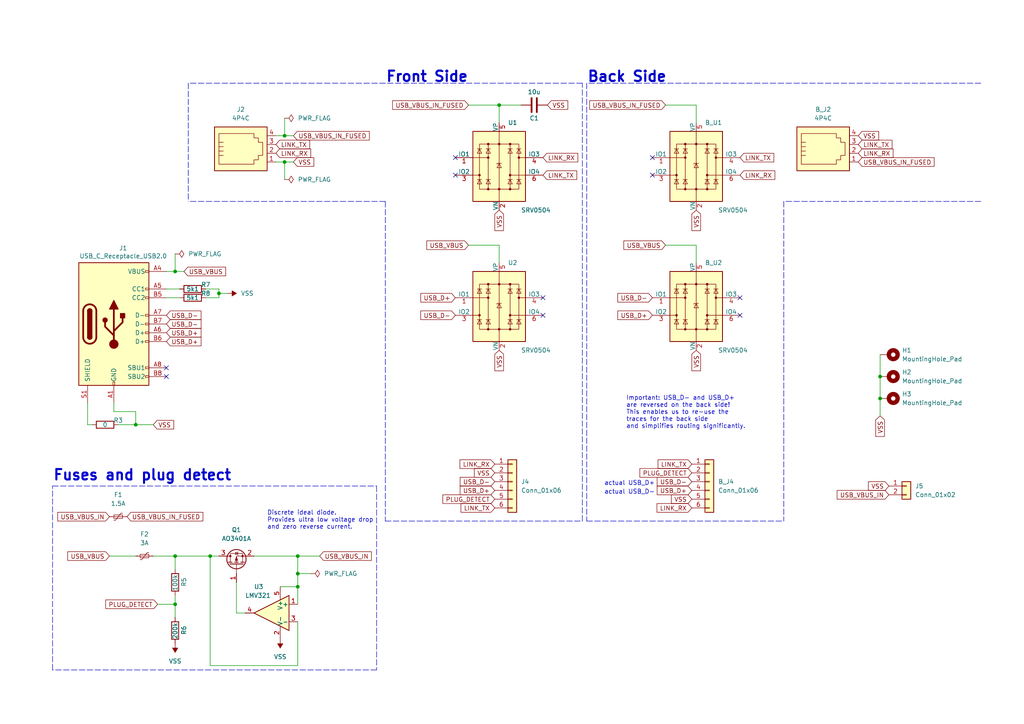
<source format=kicad_sch>
(kicad_sch (version 20211123) (generator eeschema)
  (paper "A4")
  (lib_symbols
    (symbol "Amplifier_Operational:LMV321" (pin_names (offset 0.127))
      (property "Reference" "U" (at 0 5.08 0))
      (property "Value" "LMV321" (at 0 -5.08 0))
      (symbol "LMV321_0_1"
        (polyline (pts (xy -5.08 5.08) (xy 5.08 0) (xy -5.08 -5.08) (xy -5.08 5.08)) (stroke (width 0.254)) (fill (type background)))
        (pin power_in line (at -2.54 -7.62 90) (length 3.81) (name "V-") (number "2"))
        (pin power_in line (at -2.54 7.62 270) (length 3.81) (name "V+") (number "5"))
      )
      (symbol "LMV321_1_1"
        (pin input line (at -7.62 2.54 0) (length 2.54) (name "+") (number "1"))
        (pin input line (at -7.62 -2.54 0) (length 2.54) (name "-") (number "3"))
        (pin output line (at 7.62 0 180) (length 2.54) (name "~") (number "4"))
      )
    )
    (symbol "Connector:4P4C" (pin_names (offset 1.016))
      (property "Reference" "J" (at -5.08 8.89 0))
      (property "Value" "4P4C" (at 2.54 8.89 0))
      (symbol "4P4C_0_1"
        (polyline (pts (xy -6.35 -0.635) (xy -5.08 -0.635) (xy -5.08 -0.635)))
        (polyline (pts (xy -6.35 0.635) (xy -5.08 0.635) (xy -5.08 0.635)))
        (polyline (pts (xy -6.35 1.905) (xy -5.08 1.905) (xy -5.08 1.905)))
        (polyline (pts (xy -6.35 3.175) (xy -5.08 3.175) (xy -5.08 3.175)))
        (polyline (pts (xy -6.35 -3.175) (xy -6.35 5.715) (xy -1.27 5.715) (xy 3.81 5.715) (xy 3.81 4.445) (xy 5.08 4.445) (xy 5.08 3.175) (xy 6.35 3.175) (xy 6.35 -0.635) (xy 5.08 -0.635) (xy 5.08 -1.905) (xy 3.81 -1.905) (xy 3.81 -3.175) (xy -6.35 -3.175) (xy -6.35 -3.175)))
        (rectangle (start 7.62 7.62) (end -7.62 -5.08) (stroke (width 0.254)) (fill (type background)))
      )
      (symbol "4P4C_1_1"
        (pin passive line (at 10.16 -2.54 180) (length 2.54) (name "~") (number "1"))
        (pin passive line (at 10.16 0 180) (length 2.54) (name "~") (number "2"))
        (pin passive line (at 10.16 2.54 180) (length 2.54) (name "~") (number "3"))
        (pin passive line (at 10.16 5.08 180) (length 2.54) (name "~") (number "4"))
      )
    )
    (symbol "Connector:USB_C_Receptacle_USB2.0" (pin_names (offset 1.016))
      (property "Reference" "J" (at -10.16 19.05 0))
      (property "Value" "USB_C_Receptacle_USB2.0" (at 19.05 19.05 0))
      (symbol "USB_C_Receptacle_USB2.0_0_0"
        (rectangle (start -0.254 -17.78) (end 0.254 -16.764))
        (rectangle (start 10.16 -14.986) (end 9.144 -15.494))
        (rectangle (start 10.16 -12.446) (end 9.144 -12.954))
        (rectangle (start 10.16 -4.826) (end 9.144 -5.334))
        (rectangle (start 10.16 -2.286) (end 9.144 -2.794))
        (rectangle (start 10.16 0.254) (end 9.144 -0.254))
        (rectangle (start 10.16 2.794) (end 9.144 2.286))
        (rectangle (start 10.16 7.874) (end 9.144 7.366))
        (rectangle (start 10.16 10.414) (end 9.144 9.906))
        (rectangle (start 10.16 15.494) (end 9.144 14.986))
      )
      (symbol "USB_C_Receptacle_USB2.0_0_1"
        (rectangle (start -10.16 17.78) (end 10.16 -17.78) (stroke (width 0.254)) (fill (type background)))
        (arc (start -8.89 -3.81) (mid -6.985 -5.715) (end -5.08 -3.81) (stroke (width 0.508)))
        (arc (start -7.62 -3.81) (mid -6.985 -4.445) (end -6.35 -3.81) (stroke (width 0.254)))
        (arc (start -7.62 -3.81) (mid -6.985 -4.445) (end -6.35 -3.81) (stroke (width 0.254)) (fill (type outline)))
        (rectangle (start -7.62 -3.81) (end -6.35 3.81) (stroke (width 0.254)) (fill (type outline)))
        (arc (start -6.35 3.81) (mid -6.985 4.445) (end -7.62 3.81) (stroke (width 0.254)))
        (arc (start -6.35 3.81) (mid -6.985 4.445) (end -7.62 3.81) (stroke (width 0.254)) (fill (type outline)))
        (arc (start -5.08 3.81) (mid -6.985 5.715) (end -8.89 3.81) (stroke (width 0.508)))
        (circle (center -2.54 1.143) (radius 0.635) (stroke (width 0.254)) (fill (type outline)))
        (circle (center 0 -5.842) (radius 1.27) (fill (type outline)))
        (polyline (pts (xy -8.89 -3.81) (xy -8.89 3.81)) (stroke (width 0.508)))
        (polyline (pts (xy -5.08 3.81) (xy -5.08 -3.81)) (stroke (width 0.508)))
        (polyline (pts (xy 0 -5.842) (xy 0 4.318)) (stroke (width 0.508)))
        (polyline (pts (xy 0 -3.302) (xy -2.54 -0.762) (xy -2.54 0.508)) (stroke (width 0.508)))
        (polyline (pts (xy 0 -2.032) (xy 2.54 0.508) (xy 2.54 1.778)) (stroke (width 0.508)))
        (polyline (pts (xy -1.27 4.318) (xy 0 6.858) (xy 1.27 4.318) (xy -1.27 4.318)) (stroke (width 0.254)) (fill (type outline)))
        (rectangle (start 1.905 1.778) (end 3.175 3.048) (stroke (width 0.254)) (fill (type outline)))
      )
      (symbol "USB_C_Receptacle_USB2.0_1_1"
        (pin passive line (at 0 -22.86 90) (length 5.08) (name "GND") (number "A1"))
        (pin passive line (at 0 -22.86 90) (length 5.08) hide (name "GND") (number "A12"))
        (pin passive line (at 15.24 15.24 180) (length 5.08) (name "VBUS") (number "A4"))
        (pin bidirectional line (at 15.24 10.16 180) (length 5.08) (name "CC1") (number "A5"))
        (pin bidirectional line (at 15.24 -2.54 180) (length 5.08) (name "D+") (number "A6"))
        (pin bidirectional line (at 15.24 2.54 180) (length 5.08) (name "D-") (number "A7"))
        (pin bidirectional line (at 15.24 -12.7 180) (length 5.08) (name "SBU1") (number "A8"))
        (pin passive line (at 15.24 15.24 180) (length 5.08) hide (name "VBUS") (number "A9"))
        (pin passive line (at 0 -22.86 90) (length 5.08) hide (name "GND") (number "B1"))
        (pin passive line (at 0 -22.86 90) (length 5.08) hide (name "GND") (number "B12"))
        (pin passive line (at 15.24 15.24 180) (length 5.08) hide (name "VBUS") (number "B4"))
        (pin bidirectional line (at 15.24 7.62 180) (length 5.08) (name "CC2") (number "B5"))
        (pin bidirectional line (at 15.24 -5.08 180) (length 5.08) (name "D+") (number "B6"))
        (pin bidirectional line (at 15.24 0 180) (length 5.08) (name "D-") (number "B7"))
        (pin bidirectional line (at 15.24 -15.24 180) (length 5.08) (name "SBU2") (number "B8"))
        (pin passive line (at 15.24 15.24 180) (length 5.08) hide (name "VBUS") (number "B9"))
        (pin passive line (at -7.62 -22.86 90) (length 5.08) (name "SHIELD") (number "S1"))
      )
    )
    (symbol "Connector_Generic:Conn_01x02" (pin_names (offset 1.016) hide)
      (property "Reference" "J" (at 0 2.54 0))
      (property "Value" "Conn_01x02" (at 0 -5.08 0))
      (symbol "Conn_01x02_1_1"
        (rectangle (start -1.27 -2.413) (end 0 -2.667) (stroke (width 0.1524)))
        (rectangle (start -1.27 0.127) (end 0 -0.127) (stroke (width 0.1524)))
        (rectangle (start -1.27 1.27) (end 1.27 -3.81) (stroke (width 0.254)) (fill (type background)))
        (pin passive line (at -5.08 0 0) (length 3.81) (name "Pin_1") (number "1"))
        (pin passive line (at -5.08 -2.54 0) (length 3.81) (name "Pin_2") (number "2"))
      )
    )
    (symbol "Connector_Generic:Conn_01x06" (pin_names (offset 1.016) hide)
      (property "Reference" "J" (at 0 7.62 0))
      (property "Value" "Conn_01x06" (at 0 -10.16 0))
      (symbol "Conn_01x06_1_1"
        (rectangle (start -1.27 -7.493) (end 0 -7.747) (stroke (width 0.1524)))
        (rectangle (start -1.27 -4.953) (end 0 -5.207) (stroke (width 0.1524)))
        (rectangle (start -1.27 -2.413) (end 0 -2.667) (stroke (width 0.1524)))
        (rectangle (start -1.27 0.127) (end 0 -0.127) (stroke (width 0.1524)))
        (rectangle (start -1.27 2.667) (end 0 2.413) (stroke (width 0.1524)))
        (rectangle (start -1.27 5.207) (end 0 4.953) (stroke (width 0.1524)))
        (rectangle (start -1.27 6.35) (end 1.27 -8.89) (stroke (width 0.254)) (fill (type background)))
        (pin passive line (at -5.08 5.08 0) (length 3.81) (name "Pin_1") (number "1"))
        (pin passive line (at -5.08 2.54 0) (length 3.81) (name "Pin_2") (number "2"))
        (pin passive line (at -5.08 0 0) (length 3.81) (name "Pin_3") (number "3"))
        (pin passive line (at -5.08 -2.54 0) (length 3.81) (name "Pin_4") (number "4"))
        (pin passive line (at -5.08 -5.08 0) (length 3.81) (name "Pin_5") (number "5"))
        (pin passive line (at -5.08 -7.62 0) (length 3.81) (name "Pin_6") (number "6"))
      )
    )
    (symbol "Device:C" (pin_numbers hide) (pin_names (offset 0.254))
      (property "Reference" "C" (at 0.635 2.54 0))
      (property "Value" "C" (at 0.635 -2.54 0))
      (symbol "C_0_1"
        (polyline (pts (xy -2.032 -0.762) (xy 2.032 -0.762)) (stroke (width 0.508)))
        (polyline (pts (xy -2.032 0.762) (xy 2.032 0.762)) (stroke (width 0.508)))
      )
      (symbol "C_1_1"
        (pin passive line (at 0 3.81 270) (length 2.794) (name "~") (number "1"))
        (pin passive line (at 0 -3.81 90) (length 2.794) (name "~") (number "2"))
      )
    )
    (symbol "Device:Polyfuse_Small" (pin_numbers hide) (pin_names (offset 0))
      (property "Reference" "F" (at -1.905 0 90))
      (property "Value" "Polyfuse_Small" (at 1.905 0 90))
      (symbol "Polyfuse_Small_0_1"
        (rectangle (start -0.508 1.27) (end 0.508 -1.27))
        (polyline (pts (xy 0 2.54) (xy 0 -2.54)))
        (polyline (pts (xy -1.016 1.27) (xy -1.016 0.762) (xy 1.016 -0.762) (xy 1.016 -1.27)))
      )
      (symbol "Polyfuse_Small_1_1"
        (pin passive line (at 0 2.54 270) (length 0.635) (name "~") (number "1"))
        (pin passive line (at 0 -2.54 90) (length 0.635) (name "~") (number "2"))
      )
    )
    (symbol "Device:R" (pin_numbers hide) (pin_names (offset 0))
      (property "Reference" "R" (at 2.032 0 90))
      (property "Value" "R" (at 0 0 90))
      (symbol "R_0_1"
        (rectangle (start -1.016 -2.54) (end 1.016 2.54) (stroke (width 0.254)))
      )
      (symbol "R_1_1"
        (pin passive line (at 0 3.81 270) (length 1.27) (name "~") (number "1"))
        (pin passive line (at 0 -3.81 90) (length 1.27) (name "~") (number "2"))
      )
    )
    (symbol "Mechanical:MountingHole_Pad" (pin_numbers hide) (pin_names (offset 1.016) hide)
      (property "Reference" "H" (at 0 6.35 0))
      (property "Value" "MountingHole_Pad" (at 0 4.445 0))
      (symbol "MountingHole_Pad_0_1"
        (circle (center 0 1.27) (radius 1.27) (stroke (width 1.27)))
      )
      (symbol "MountingHole_Pad_1_1"
        (pin input line (at 0 -2.54 90) (length 2.54) (name "1") (number "1"))
      )
    )
    (symbol "Power_Protection:SRV05-4" (pin_names (offset 0))
      (property "Reference" "U" (at -5.08 11.43 0))
      (property "Value" "SRV05-4" (at 2.54 11.43 0))
      (symbol "SRV05-4_0_0"
        (rectangle (start -5.715 6.477) (end 5.715 -6.604))
        (polyline (pts (xy -3.175 -6.604) (xy -3.175 6.477)))
        (polyline (pts (xy 3.175 6.477) (xy 3.175 -6.604)))
      )
      (symbol "SRV05-4_0_1"
        (rectangle (start -7.62 10.16) (end 7.62 -10.16) (stroke (width 0.254)) (fill (type background)))
        (circle (center -5.715 -2.54) (radius 0.2794) (fill (type outline)))
        (circle (center -3.175 -6.604) (radius 0.2794) (fill (type outline)))
        (circle (center -3.175 2.54) (radius 0.2794) (fill (type outline)))
        (circle (center -3.175 6.477) (radius 0.2794) (fill (type outline)))
        (circle (center 0 -6.604) (radius 0.2794) (fill (type outline)))
        (polyline (pts (xy -7.747 2.54) (xy -3.175 2.54)))
        (polyline (pts (xy -7.62 -2.54) (xy -5.715 -2.54)))
        (polyline (pts (xy -5.08 -3.81) (xy -6.35 -3.81)))
        (polyline (pts (xy -5.08 5.08) (xy -6.35 5.08)))
        (polyline (pts (xy -2.54 -3.81) (xy -3.81 -3.81)))
        (polyline (pts (xy -2.54 5.08) (xy -3.81 5.08)))
        (polyline (pts (xy 0 10.16) (xy 0 -10.16)))
        (polyline (pts (xy 3.81 -3.81) (xy 2.54 -3.81)))
        (polyline (pts (xy 3.81 5.08) (xy 2.54 5.08)))
        (polyline (pts (xy 6.35 -3.81) (xy 5.08 -3.81)))
        (polyline (pts (xy 6.35 5.08) (xy 5.08 5.08)))
        (polyline (pts (xy 7.62 -2.54) (xy 3.175 -2.54)))
        (polyline (pts (xy 7.62 2.54) (xy 5.715 2.54)))
        (polyline (pts (xy 0.635 0.889) (xy -0.635 0.889) (xy -0.635 0.635)))
        (polyline (pts (xy -5.08 -5.08) (xy -6.35 -5.08) (xy -5.715 -3.81) (xy -5.08 -5.08)))
        (polyline (pts (xy -5.08 3.81) (xy -6.35 3.81) (xy -5.715 5.08) (xy -5.08 3.81)))
        (polyline (pts (xy -2.54 -5.08) (xy -3.81 -5.08) (xy -3.175 -3.81) (xy -2.54 -5.08)))
        (polyline (pts (xy -2.54 3.81) (xy -3.81 3.81) (xy -3.175 5.08) (xy -2.54 3.81)))
        (polyline (pts (xy 0.635 -0.381) (xy -0.635 -0.381) (xy 0 0.889) (xy 0.635 -0.381)))
        (polyline (pts (xy 3.81 -5.08) (xy 2.54 -5.08) (xy 3.175 -3.81) (xy 3.81 -5.08)))
        (polyline (pts (xy 3.81 3.81) (xy 2.54 3.81) (xy 3.175 5.08) (xy 3.81 3.81)))
        (polyline (pts (xy 6.35 -5.08) (xy 5.08 -5.08) (xy 5.715 -3.81) (xy 6.35 -5.08)))
        (polyline (pts (xy 6.35 3.81) (xy 5.08 3.81) (xy 5.715 5.08) (xy 6.35 3.81)))
        (circle (center 0 6.477) (radius 0.2794) (fill (type outline)))
        (circle (center 3.175 -6.604) (radius 0.2794) (fill (type outline)))
        (circle (center 3.175 -2.54) (radius 0.2794) (fill (type outline)))
        (circle (center 3.175 6.477) (radius 0.2794) (fill (type outline)))
        (circle (center 5.715 2.54) (radius 0.2794) (fill (type outline)))
      )
      (symbol "SRV05-4_1_1"
        (pin passive line (at -12.7 2.54 0) (length 5.08) (name "IO1") (number "1"))
        (pin passive line (at 0 -12.7 90) (length 2.54) (name "VN") (number "2"))
        (pin passive line (at -12.7 -2.54 0) (length 5.08) (name "IO2") (number "3"))
        (pin passive line (at 12.7 2.54 180) (length 5.08) (name "IO3") (number "4"))
        (pin passive line (at 0 12.7 270) (length 2.54) (name "VP") (number "5"))
        (pin passive line (at 12.7 -2.54 180) (length 5.08) (name "IO4") (number "6"))
      )
    )
    (symbol "Transistor_FET:AO3401A" (pin_names hide)
      (property "Reference" "Q" (at 5.08 1.905 0))
      (property "Value" "AO3401A" (at 5.08 0 0))
      (symbol "AO3401A_0_1"
        (polyline (pts (xy 0.254 0) (xy -2.54 0)))
        (polyline (pts (xy 0.254 1.905) (xy 0.254 -1.905)) (stroke (width 0.254)))
        (polyline (pts (xy 0.762 -1.27) (xy 0.762 -2.286)) (stroke (width 0.254)))
        (polyline (pts (xy 0.762 0.508) (xy 0.762 -0.508)) (stroke (width 0.254)))
        (polyline (pts (xy 0.762 2.286) (xy 0.762 1.27)) (stroke (width 0.254)))
        (polyline (pts (xy 2.54 2.54) (xy 2.54 1.778)))
        (polyline (pts (xy 2.54 -2.54) (xy 2.54 0) (xy 0.762 0)))
        (polyline (pts (xy 0.762 1.778) (xy 3.302 1.778) (xy 3.302 -1.778) (xy 0.762 -1.778)))
        (polyline (pts (xy 2.286 0) (xy 1.27 0.381) (xy 1.27 -0.381) (xy 2.286 0)) (fill (type outline)))
        (polyline (pts (xy 2.794 -0.508) (xy 2.921 -0.381) (xy 3.683 -0.381) (xy 3.81 -0.254)))
        (polyline (pts (xy 3.302 -0.381) (xy 2.921 0.254) (xy 3.683 0.254) (xy 3.302 -0.381)))
        (circle (center 1.651 0) (radius 2.794) (stroke (width 0.254)))
        (circle (center 2.54 -1.778) (radius 0.254) (fill (type outline)))
        (circle (center 2.54 1.778) (radius 0.254) (fill (type outline)))
      )
      (symbol "AO3401A_1_1"
        (pin input line (at -5.08 0 0) (length 2.54) (name "G") (number "1"))
        (pin passive line (at 2.54 -5.08 90) (length 2.54) (name "S") (number "2"))
        (pin passive line (at 2.54 5.08 270) (length 2.54) (name "D") (number "3"))
      )
    )
    (symbol "power:PWR_FLAG" (power) (pin_numbers hide) (pin_names (offset 0) hide)
      (property "Value" "PWR_FLAG" (at 0 3.81 0))
      (symbol "PWR_FLAG_0_0"
        (pin power_out line (at 0 0 90) (length 0) (name "pwr") (number "1"))
      )
      (symbol "PWR_FLAG_0_1"
        (polyline (pts (xy 0 0) (xy 0 1.27) (xy -1.016 1.905) (xy 0 2.54) (xy 1.016 1.905) (xy 0 1.27)))
      )
    )
    (symbol "power:VSS" (power) (pin_names (offset 0))
      (property "Value" "VSS" (at 0 3.81 0))
      (symbol "VSS_0_1"
        (polyline (pts (xy 0 0) (xy 0 2.54)))
        (polyline (pts (xy 0.762 1.27) (xy -0.762 1.27) (xy 0 2.54) (xy 0.762 1.27)) (fill (type outline)))
      )
      (symbol "VSS_1_1"
        (pin power_in line (at 0 0 90) (length 0) hide (name "VSS") (number "1"))
      )
    )
  )
  (junction (at 39.37 123.19))
  (junction (at 50.8 175.26))
  (junction (at 255.27 115.57))
  (junction (at 255.27 109.22))
  (junction (at 82.55 46.99))
  (junction (at 63.5 85.09))
  (junction (at 50.8 78.74))
  (junction (at 86.36 170.18))
  (junction (at 86.36 161.29))
  (junction (at 144.78 30.48))
  (junction (at 60.96 161.29))
  (junction (at 50.8 161.29))
  (junction (at 82.55 39.37))
  (junction (at 86.36 166.37))
  (no_connect (at 214.63 86.36))
  (no_connect (at 157.48 86.36))
  (no_connect (at 157.48 91.44))
  (no_connect (at 132.08 45.72))
  (no_connect (at 132.08 50.8))
  (no_connect (at 189.23 50.8))
  (no_connect (at 189.23 45.72))
  (no_connect (at 48.26 106.68))
  (no_connect (at 48.26 109.22))
  (no_connect (at 214.63 91.44))
  (wire (pts (xy 50.8 172.72) (xy 50.8 175.26)))
  (polyline (pts (xy 168.91 151.13) (xy 168.91 24.13)))
  (wire (pts (xy 82.55 39.37) (xy 80.01 39.37)))
  (wire (pts (xy 193.04 30.48) (xy 201.93 30.48)))
  (wire (pts (xy 82.55 46.99) (xy 85.09 46.99)))
  (polyline (pts (xy 227.33 24.13) (xy 170.18 24.13)))
  (polyline (pts (xy 15.24 194.31) (xy 15.24 140.97)))
  (wire (pts (xy 44.45 161.29) (xy 50.8 161.29)))
  (wire (pts (xy 53.34 78.74) (xy 50.8 78.74)))
  (polyline (pts (xy 111.76 58.42) (xy 111.76 151.13)))
  (wire (pts (xy 33.02 119.38) (xy 39.37 119.38)))
  (wire (pts (xy 144.78 30.48) (xy 151.13 30.48)))
  (wire (pts (xy 63.5 85.09) (xy 66.04 85.09)))
  (wire (pts (xy 193.04 71.12) (xy 201.93 71.12)))
  (wire (pts (xy 135.89 71.12) (xy 144.78 71.12)))
  (polyline (pts (xy 284.48 58.42) (xy 227.33 58.42)))
  (wire (pts (xy 71.12 177.8) (xy 68.58 177.8)))
  (wire (pts (xy 86.36 166.37) (xy 86.36 170.18)))
  (wire (pts (xy 60.96 193.04) (xy 60.96 161.29)))
  (wire (pts (xy 48.26 83.82) (xy 52.07 83.82)))
  (wire (pts (xy 25.4 123.19) (xy 26.67 123.19)))
  (wire (pts (xy 82.55 46.99) (xy 80.01 46.99)))
  (wire (pts (xy 144.78 71.12) (xy 144.78 76.2)))
  (wire (pts (xy 86.36 161.29) (xy 92.71 161.29)))
  (wire (pts (xy 82.55 46.99) (xy 82.55 52.07)))
  (wire (pts (xy 39.37 123.19) (xy 44.45 123.19)))
  (wire (pts (xy 25.4 116.84) (xy 25.4 123.19)))
  (wire (pts (xy 34.29 123.19) (xy 39.37 123.19)))
  (wire (pts (xy 85.09 39.37) (xy 82.55 39.37)))
  (wire (pts (xy 50.8 161.29) (xy 50.8 165.1)))
  (wire (pts (xy 68.58 177.8) (xy 68.58 168.91)))
  (polyline (pts (xy 168.91 24.13) (xy 111.76 24.13)))
  (wire (pts (xy 50.8 78.74) (xy 48.26 78.74)))
  (wire (pts (xy 201.93 71.12) (xy 201.93 76.2)))
  (polyline (pts (xy 284.48 24.13) (xy 227.33 24.13)))
  (wire (pts (xy 73.66 161.29) (xy 86.36 161.29)))
  (wire (pts (xy 144.78 30.48) (xy 144.78 35.56)))
  (wire (pts (xy 50.8 175.26) (xy 50.8 179.07)))
  (wire (pts (xy 60.96 161.29) (xy 63.5 161.29)))
  (wire (pts (xy 255.27 102.87) (xy 255.27 109.22)))
  (wire (pts (xy 50.8 161.29) (xy 60.96 161.29)))
  (wire (pts (xy 86.36 161.29) (xy 86.36 166.37)))
  (polyline (pts (xy 109.22 140.97) (xy 109.22 194.31)))
  (wire (pts (xy 201.93 30.48) (xy 201.93 35.56)))
  (polyline (pts (xy 111.76 151.13) (xy 168.91 151.13)))
  (wire (pts (xy 63.5 85.09) (xy 63.5 86.36)))
  (wire (pts (xy 63.5 86.36) (xy 59.69 86.36)))
  (wire (pts (xy 39.37 119.38) (xy 39.37 123.19)))
  (wire (pts (xy 45.72 175.26) (xy 50.8 175.26)))
  (wire (pts (xy 63.5 83.82) (xy 63.5 85.09)))
  (polyline (pts (xy 111.76 24.13) (xy 54.61 24.13)))
  (polyline (pts (xy 54.61 24.13) (xy 54.61 58.42)))
  (wire (pts (xy 81.28 170.18) (xy 86.36 170.18)))
  (wire (pts (xy 90.17 166.37) (xy 86.36 166.37)))
  (wire (pts (xy 82.55 34.29) (xy 82.55 39.37)))
  (wire (pts (xy 86.36 193.04) (xy 60.96 193.04)))
  (wire (pts (xy 31.75 161.29) (xy 39.37 161.29)))
  (wire (pts (xy 48.26 86.36) (xy 52.07 86.36)))
  (wire (pts (xy 135.89 30.48) (xy 144.78 30.48)))
  (wire (pts (xy 86.36 180.34) (xy 86.36 193.04)))
  (polyline (pts (xy 227.33 58.42) (xy 227.33 151.13)))
  (polyline (pts (xy 170.18 151.13) (xy 227.33 151.13)))
  (wire (pts (xy 50.8 73.66) (xy 50.8 78.74)))
  (polyline (pts (xy 170.18 24.13) (xy 170.18 151.13)))
  (wire (pts (xy 59.69 83.82) (xy 63.5 83.82)))
  (polyline (pts (xy 111.76 58.42) (xy 54.61 58.42)))
  (wire (pts (xy 33.02 116.84) (xy 33.02 119.38)))
  (wire (pts (xy 86.36 170.18) (xy 86.36 175.26)))
  (wire (pts (xy 255.27 109.22) (xy 255.27 115.57)))
  (wire (pts (xy 255.27 115.57) (xy 255.27 120.65)))
  (polyline (pts (xy 15.24 140.97) (xy 109.22 140.97)))
  (polyline (pts (xy 109.22 194.31) (xy 15.24 194.31)))
  (text "Fuses and plug detect" (at 15.24 139.7 0) (effects (font (size 3 3) (thickness 0.6) bold) (justify left bottom)))
  (text "Front Side" (at 111.76 24.13 0) (effects (font (size 3 3) (thickness 0.6) bold) (justify left bottom)))
  (text "actual USB_D-" (at 175.26 143.51 0) (effects (font (size 1.27 1.27)) (justify left bottom)))
  (text "Important: USB_D- and USB_D+\nare reversed on the back side!\nThis enables us to re-use the\ntraces for the back side\nand simplifies routing significantly." (at 181.61 124.46 0) (effects (font (size 1.27 1.27)) (justify left bottom)))
  (text "actual USB_D+" (at 175.26 140.97 0) (effects (font (size 1.27 1.27)) (justify left bottom)))
  (text "Back Side" (at 170.18 24.13 0) (effects (font (size 3 3) (thickness 0.6) bold) (justify left bottom)))
  (text "Discrete ideal diode.\nProvides ultra low voltage drop\nand zero reverse current." (at 77.47 153.67 0) (effects (font (size 1.27 1.27)) (justify left bottom)))
  (global_label "VSS" (shape input) (at 144.78 101.6 270) (property "Intersheet References" "${INTERSHEET_REFS}" (effects hide)))
  (global_label "USB_D+" (shape input) (at 189.23 91.44 180) (property "Intersheet References" "${INTERSHEET_REFS}" (effects hide)))
  (global_label "USB_D-" (shape input) (at 48.26 93.98 0) (property "Intersheet References" "${INTERSHEET_REFS}" (effects hide)))
  (global_label "LINK_RX" (shape input) (at 200.66 147.32 180) (property "Intersheet References" "${INTERSHEET_REFS}" (effects hide)))
  (global_label "USB_VBUS" (shape input) (at 193.04 71.12 180) (property "Intersheet References" "${INTERSHEET_REFS}" (effects hide)))
  (global_label "USB_D-" (shape input) (at 48.26 91.44 0) (property "Intersheet References" "${INTERSHEET_REFS}" (effects hide)))
  (global_label "USB_VBUS_IN" (shape input) (at 31.75 149.86 180) (property "Intersheet References" "${INTERSHEET_REFS}" (effects hide)))
  (global_label "LINK_TX" (shape input) (at 143.51 147.32 180) (property "Intersheet References" "${INTERSHEET_REFS}" (effects hide)))
  (global_label "VSS" (shape input) (at 248.92 39.37 0) (property "Intersheet References" "${INTERSHEET_REFS}" (effects hide)))
  (global_label "USB_D+" (shape input) (at 48.26 96.52 0) (property "Intersheet References" "${INTERSHEET_REFS}" (effects hide)))
  (global_label "PLUG_DETECT" (shape input) (at 200.66 137.16 180) (property "Intersheet References" "${INTERSHEET_REFS}" (effects hide)))
  (global_label "VSS" (shape input) (at 257.81 140.97 180) (property "Intersheet References" "${INTERSHEET_REFS}" (effects hide)))
  (global_label "USB_D+" (shape input) (at 143.51 142.24 180) (property "Intersheet References" "${INTERSHEET_REFS}" (effects hide)))
  (global_label "USB_D-" (shape input) (at 143.51 139.7 180) (property "Intersheet References" "${INTERSHEET_REFS}" (effects hide)))
  (global_label "USB_VBUS_IN_FUSED" (shape input) (at 248.92 46.99 0) (property "Intersheet References" "${INTERSHEET_REFS}" (effects hide)))
  (global_label "USB_VBUS" (shape input) (at 135.89 71.12 180) (property "Intersheet References" "${INTERSHEET_REFS}" (effects hide)))
  (global_label "LINK_RX" (shape input) (at 143.51 134.62 180) (property "Intersheet References" "${INTERSHEET_REFS}" (effects hide)))
  (global_label "USB_D-" (shape input) (at 132.08 91.44 180) (property "Intersheet References" "${INTERSHEET_REFS}" (effects hide)))
  (global_label "USB_D+" (shape input) (at 48.26 99.06 0) (property "Intersheet References" "${INTERSHEET_REFS}" (effects hide)))
  (global_label "USB_D-" (shape input) (at 200.66 139.7 180) (property "Intersheet References" "${INTERSHEET_REFS}" (effects hide)))
  (global_label "VSS" (shape input) (at 85.09 46.99 0) (property "Intersheet References" "${INTERSHEET_REFS}" (effects hide)))
  (global_label "LINK_RX" (shape input) (at 248.92 44.45 0) (property "Intersheet References" "${INTERSHEET_REFS}" (effects hide)))
  (global_label "USB_VBUS_IN_FUSED" (shape input) (at 193.04 30.48 180) (property "Intersheet References" "${INTERSHEET_REFS}" (effects hide)))
  (global_label "VSS" (shape input) (at 200.66 144.78 180) (property "Intersheet References" "${INTERSHEET_REFS}" (effects hide)))
  (global_label "LINK_TX" (shape input) (at 214.63 45.72 0) (property "Intersheet References" "${INTERSHEET_REFS}" (effects hide)))
  (global_label "VSS" (shape input) (at 201.93 60.96 270) (property "Intersheet References" "${INTERSHEET_REFS}" (effects hide)))
  (global_label "PLUG_DETECT" (shape input) (at 143.51 144.78 180) (property "Intersheet References" "${INTERSHEET_REFS}" (effects hide)))
  (global_label "USB_VBUS_IN" (shape input) (at 92.71 161.29 0) (property "Intersheet References" "${INTERSHEET_REFS}" (effects hide)))
  (global_label "VSS" (shape input) (at 158.75 30.48 0) (property "Intersheet References" "${INTERSHEET_REFS}" (effects hide)))
  (global_label "LINK_TX" (shape input) (at 248.92 41.91 0) (property "Intersheet References" "${INTERSHEET_REFS}" (effects hide)))
  (global_label "LINK_TX" (shape input) (at 157.48 50.8 0) (property "Intersheet References" "${INTERSHEET_REFS}" (effects hide)))
  (global_label "USB_VBUS_IN_FUSED" (shape input) (at 135.89 30.48 180) (property "Intersheet References" "${INTERSHEET_REFS}" (effects hide)))
  (global_label "VSS" (shape input) (at 255.27 120.65 270) (property "Intersheet References" "${INTERSHEET_REFS}" (effects hide)))
  (global_label "USB_VBUS" (shape input) (at 53.34 78.74 0) (property "Intersheet References" "${INTERSHEET_REFS}" (effects hide)))
  (global_label "VSS" (shape input) (at 144.78 60.96 270) (property "Intersheet References" "${INTERSHEET_REFS}" (effects hide)))
  (global_label "VSS" (shape input) (at 44.45 123.19 0) (property "Intersheet References" "${INTERSHEET_REFS}" (effects hide)))
  (global_label "LINK_RX" (shape input) (at 80.01 44.45 0) (property "Intersheet References" "${INTERSHEET_REFS}" (effects hide)))
  (global_label "USB_D+" (shape input) (at 200.66 142.24 180) (property "Intersheet References" "${INTERSHEET_REFS}" (effects hide)))
  (global_label "VSS" (shape input) (at 201.93 101.6 270) (property "Intersheet References" "${INTERSHEET_REFS}" (effects hide)))
  (global_label "VSS" (shape input) (at 143.51 137.16 180) (property "Intersheet References" "${INTERSHEET_REFS}" (effects hide)))
  (global_label "USB_D+" (shape input) (at 132.08 86.36 180) (property "Intersheet References" "${INTERSHEET_REFS}" (effects hide)))
  (global_label "USB_VBUS_IN_FUSED" (shape input) (at 36.83 149.86 0) (property "Intersheet References" "${INTERSHEET_REFS}" (effects hide)))
  (global_label "PLUG_DETECT" (shape input) (at 45.72 175.26 180) (property "Intersheet References" "${INTERSHEET_REFS}" (effects hide)))
  (global_label "USB_VBUS_IN_FUSED" (shape input) (at 85.09 39.37 0) (property "Intersheet References" "${INTERSHEET_REFS}" (effects hide)))
  (global_label "LINK_TX" (shape input) (at 80.01 41.91 0) (property "Intersheet References" "${INTERSHEET_REFS}" (effects hide)))
  (global_label "USB_VBUS_IN" (shape input) (at 257.81 143.51 180) (property "Intersheet References" "${INTERSHEET_REFS}" (effects hide)))
  (global_label "LINK_RX" (shape input) (at 157.48 45.72 0) (property "Intersheet References" "${INTERSHEET_REFS}" (effects hide)))
  (global_label "USB_VBUS" (shape input) (at 31.75 161.29 180) (property "Intersheet References" "${INTERSHEET_REFS}" (effects hide)))
  (global_label "LINK_TX" (shape input) (at 200.66 134.62 180) (property "Intersheet References" "${INTERSHEET_REFS}" (effects hide)))
  (global_label "LINK_RX" (shape input) (at 214.63 50.8 0) (property "Intersheet References" "${INTERSHEET_REFS}" (effects hide)))
  (global_label "USB_D-" (shape input) (at 189.23 86.36 180) (property "Intersheet References" "${INTERSHEET_REFS}" (effects hide)))
  (symbol (lib_id "Transistor_FET:AO3401A") (at 68.58 163.83 90) (unit 1)
    (property "Reference" "Q1" (at 68.58 153.67 90))
    (property "Value" "AO3401A" (at 68.58 156.21 90))
    (property "Footprint" "kbdlib:SOT-23_Flippable" (effects hide))
    (property "Datasheet" "http://www.aosmd.com/pdfs/datasheet/AO3401A.pdf" (effects hide))
    (property "LCSC PN" "C15127" (effects hide))
  )
  (symbol (lib_id "Mechanical:MountingHole_Pad") (at 257.81 102.87 270) (unit 1)
    (property "Reference" "H1" (at 261.62 101.5999 90) (effects (justify left)))
    (property "Value" "MountingHole_Pad" (at 261.62 104.1399 90) (effects (justify left)))
    (property "Footprint" "MountingHole:MountingHole_2.2mm_M2_Pad_Via" (effects hide))
  )
  (symbol (lib_id "Amplifier_Operational:LMV321") (at 78.74 177.8 0) (mirror y) (unit 1)
    (property "Reference" "U3" (at 73.66 170.18 0) (effects (justify right)))
    (property "Value" "LMV321" (at 71.12 172.72 0) (effects (justify right)))
    (property "Footprint" "kbdlib:SOT-23-5_Flippable" (effects hide))
    (property "Datasheet" "http://www.ti.com/lit/ds/symlink/lmv324.pdf" (effects hide))
    (property "LCSC PN" "C90297" (effects hide))
  )
  (symbol (lib_id "Device:R") (at 55.88 83.82 270) (unit 1)
    (property "Reference" "R7" (at 59.69 82.55 90))
    (property "Value" "5k1" (at 55.88 83.82 90))
    (property "Footprint" "kbdlib:SMD-0603_Flippable" (effects hide))
    (property "LCSC PN" "C23186" (effects hide))
  )
  (symbol (lib_id "power:PWR_FLAG") (at 82.55 34.29 270) (unit 1)
    (property "Reference" "#FLG0101" (effects hide))
    (property "Value" "PWR_FLAG" (at 86.36 34.2899 90) (effects (justify left)))
  )
  (symbol (lib_id "power:VSS") (at 81.28 185.42 180) (unit 1)
    (property "Reference" "#PWR0102" (effects hide))
    (property "Value" "VSS" (at 81.28 190.5 0))
  )
  (symbol (lib_id "Connector_Generic:Conn_01x06") (at 148.59 139.7 0) (unit 1)
    (property "Reference" "J4" (at 151.13 139.6999 0) (effects (justify left)))
    (property "Value" "Conn_01x06" (at 151.13 142.2399 0) (effects (justify left)))
    (property "Footprint" "kbdlib:JST_ZH_S6B-ZR-SM4A-TF" (effects hide))
    (property "Datasheet" "https://datasheet.lcsc.com/lcsc/1811051822_JST-Sales-America-S2B-XH-A-LF-SN_C157931.pdf" (effects hide))
    (property "LCSC PN" "C157931" (effects hide))
  )
  (symbol (lib_id "Device:Polyfuse_Small") (at 34.29 149.86 270) (unit 1)
    (property "Reference" "F1" (at 34.29 143.51 90))
    (property "Value" "1.5A" (at 34.29 146.05 90))
    (property "Footprint" "kbdlib:Fuse_1206_3216Metric_Flippable" (effects hide))
    (property "LCSC PN" "C70081" (effects hide))
  )
  (symbol (lib_id "Device:R") (at 55.88 86.36 270) (unit 1)
    (property "Reference" "R8" (at 59.69 85.09 90))
    (property "Value" "5k1" (at 55.88 86.36 90))
    (property "Footprint" "kbdlib:SMD-0603_Flippable" (effects hide))
    (property "LCSC PN" "C23186" (effects hide))
  )
  (symbol (lib_id "Power_Protection:SRV05-4") (at 201.93 88.9 0) (unit 1)
    (property "Reference" "B_U2" (at 204.47 76.2 0) (effects (justify left)))
    (property "Value" "SRV0504" (at 208.28 101.6 0) (effects (justify left)))
    (property "Footprint" "Package_TO_SOT_SMD:SOT-23-6" (effects hide))
    (property "Datasheet" "http://www.onsemi.com/pub/Collateral/SRV05-4-D.PDF" (effects hide))
    (property "LCSC PN" "C384888" (effects hide))
  )
  (symbol (lib_id "Connector_Generic:Conn_01x02") (at 262.89 140.97 0) (unit 1)
    (property "Reference" "J5" (at 265.43 140.9699 0) (effects (justify left)))
    (property "Value" "Conn_01x02" (at 265.43 143.5099 0) (effects (justify left)))
    (property "Footprint" "Connector_JST:JST_XH_S2B-XH-A_1x02_P2.50mm_Horizontal" (effects hide))
    (property "Datasheet" "https://datasheet.lcsc.com/lcsc/1811051822_JST-Sales-America-S2B-XH-A-LF-SN_C157931.pdf" (effects hide))
    (property "LCSC PN" "C157931" (effects hide))
  )
  (symbol (lib_id "Mechanical:MountingHole_Pad") (at 257.81 115.57 270) (unit 1)
    (property "Reference" "H3" (at 261.62 114.2999 90) (effects (justify left)))
    (property "Value" "MountingHole_Pad" (at 261.62 116.8399 90) (effects (justify left)))
    (property "Footprint" "MountingHole:MountingHole_2.2mm_M2_Pad_Via" (effects hide))
  )
  (symbol (lib_id "power:PWR_FLAG") (at 90.17 166.37 270) (unit 1)
    (property "Reference" "#FLG0104" (effects hide))
    (property "Value" "PWR_FLAG" (at 93.98 166.3699 90) (effects (justify left)))
  )
  (symbol (lib_id "Device:R") (at 50.8 168.91 0) (unit 1)
    (property "Reference" "R5" (at 53.34 170.18 90) (effects (justify left)))
    (property "Value" "100k" (at 50.8 171.45 90) (effects (justify left)))
    (property "Footprint" "kbdlib:SMD-0603_Flippable" (effects hide))
    (property "LCSC PN" "C25803" (effects hide))
  )
  (symbol (lib_id "Power_Protection:SRV05-4") (at 201.93 48.26 0) (unit 1)
    (property "Reference" "B_U1" (at 204.47 35.56 0) (effects (justify left)))
    (property "Value" "SRV0504" (at 208.28 60.96 0) (effects (justify left)))
    (property "Footprint" "Package_TO_SOT_SMD:SOT-23-6" (effects hide))
    (property "Datasheet" "http://www.onsemi.com/pub/Collateral/SRV05-4-D.PDF" (effects hide))
    (property "LCSC PN" "C384888" (effects hide))
  )
  (symbol (lib_id "power:VSS") (at 66.04 85.09 270) (unit 1)
    (property "Reference" "#PWR01" (effects hide))
    (property "Value" "VSS" (at 69.85 85.0899 90) (effects (justify left)))
  )
  (symbol (lib_id "Power_Protection:SRV05-4") (at 144.78 48.26 0) (unit 1)
    (property "Reference" "U1" (at 147.32 35.56 0) (effects (justify left)))
    (property "Value" "SRV0504" (at 151.13 60.96 0) (effects (justify left)))
    (property "Footprint" "Package_TO_SOT_SMD:SOT-23-6" (effects hide))
    (property "Datasheet" "http://www.onsemi.com/pub/Collateral/SRV05-4-D.PDF" (effects hide))
    (property "LCSC PN" "C384888" (effects hide))
  )
  (symbol (lib_id "power:VSS") (at 50.8 186.69 180) (unit 1)
    (property "Reference" "#PWR0101" (effects hide))
    (property "Value" "VSS" (at 50.8 191.77 0))
  )
  (symbol (lib_id "Device:C") (at 154.94 30.48 90) (unit 1)
    (property "Reference" "C1" (at 154.94 34.29 90))
    (property "Value" "10u" (at 154.94 26.67 90))
    (property "Footprint" "kbdlib:SMD-0603_Flippable" (effects hide))
    (property "LCSC PN" "C19702" (effects hide))
  )
  (symbol (lib_id "Power_Protection:SRV05-4") (at 144.78 88.9 0) (unit 1)
    (property "Reference" "U2" (at 147.32 76.2 0) (effects (justify left)))
    (property "Value" "SRV0504" (at 151.13 101.6 0) (effects (justify left)))
    (property "Footprint" "Package_TO_SOT_SMD:SOT-23-6" (effects hide))
    (property "Datasheet" "http://www.onsemi.com/pub/Collateral/SRV05-4-D.PDF" (effects hide))
    (property "LCSC PN" "C384888" (effects hide))
  )
  (symbol (lib_id "Device:Polyfuse_Small") (at 41.91 161.29 270) (unit 1)
    (property "Reference" "F2" (at 41.91 154.94 90))
    (property "Value" "3A" (at 41.91 157.48 90))
    (property "Footprint" "kbdlib:Fuse_1206_3216Metric_Flippable" (effects hide))
    (property "LCSC PN" "C70085" (effects hide))
  )
  (symbol (lib_id "Connector:USB_C_Receptacle_USB2.0") (at 33.02 93.98 0) (unit 1)
    (property "Reference" "J1" (at 35.7378 71.9582 0))
    (property "Value" "USB_C_Receptacle_USB2.0" (at 35.7378 74.2696 0))
    (property "Footprint" "kbdlib:USB_C_Receptacle_HRO_TYPE-C-31-M-12_Flippable" (effects hide))
    (property "Datasheet" "https://www.usb.org/sites/default/files/documents/usb_type-c.zip" (effects hide))
    (property "LCSC PN" "C168688" (effects hide))
  )
  (symbol (lib_id "Connector:4P4C") (at 238.76 44.45 0) (unit 1)
    (property "Reference" "B_J2" (at 238.76 31.75 0))
    (property "Value" "4P4C" (at 238.76 34.29 0))
    (property "Footprint" "kbdlib:RJ9_Molex_0855025005" (effects hide))
    (property "LCSC PN" "TODO" (effects hide))
  )
  (symbol (lib_id "Connector_Generic:Conn_01x06") (at 205.74 139.7 0) (unit 1)
    (property "Reference" "B_J4" (at 208.28 139.6999 0) (effects (justify left)))
    (property "Value" "Conn_01x06" (at 208.28 142.2399 0) (effects (justify left)))
    (property "Footprint" "kbdlib:JST_ZH_S6B-ZR-SM4A-TF" (effects hide))
    (property "Datasheet" "https://datasheet.lcsc.com/lcsc/1811151435_JST-Sales-America-S6B-ZR-SM4A-TF-LF-SN_C265070.pdf" (effects hide))
    (property "LCSC PN" "C265070" (effects hide))
  )
  (symbol (lib_id "power:PWR_FLAG") (at 50.8 73.66 270) (unit 1)
    (property "Reference" "#FLG0103" (effects hide))
    (property "Value" "PWR_FLAG" (at 54.61 73.6599 90) (effects (justify left)))
  )
  (symbol (lib_id "Device:R") (at 50.8 182.88 0) (unit 1)
    (property "Reference" "R6" (at 53.34 184.15 90) (effects (justify left)))
    (property "Value" "200k" (at 50.8 185.42 90) (effects (justify left)))
    (property "Footprint" "kbdlib:SMD-0603_Flippable" (effects hide))
    (property "LCSC PN" "C25811" (effects hide))
  )
  (symbol (lib_id "Device:R") (at 30.48 123.19 270) (unit 1)
    (property "Reference" "R3" (at 34.29 121.92 90))
    (property "Value" "0" (at 30.48 123.19 90))
    (property "Footprint" "kbdlib:SMD-0603_Flippable" (effects hide))
    (property "LCSC PN" "C21189" (effects hide))
  )
  (symbol (lib_id "Connector:4P4C") (at 69.85 44.45 0) (unit 1)
    (property "Reference" "J2" (at 69.85 31.75 0))
    (property "Value" "4P4C" (at 69.85 34.29 0))
    (property "Footprint" "kbdlib:RJ9_Molex_0855025005" (effects hide))
    (property "LCSC PN" "TODO" (effects hide))
  )
  (symbol (lib_id "power:PWR_FLAG") (at 82.55 52.07 270) (unit 1)
    (property "Reference" "#FLG0102" (effects hide))
    (property "Value" "PWR_FLAG" (at 86.36 52.0699 90) (effects (justify left)))
  )
  (symbol (lib_id "Mechanical:MountingHole_Pad") (at 257.81 109.22 270) (unit 1)
    (property "Reference" "H2" (at 261.62 107.9499 90) (effects (justify left)))
    (property "Value" "MountingHole_Pad" (at 261.62 110.4899 90) (effects (justify left)))
    (property "Footprint" "MountingHole:MountingHole_2.2mm_M2_Pad_Via" (effects hide))
  )
)
</source>
